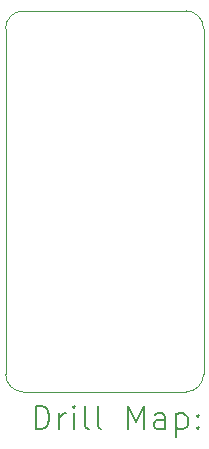
<source format=gbr>
%TF.GenerationSoftware,KiCad,Pcbnew,7.0.8*%
%TF.CreationDate,2024-04-19T19:22:34-04:00*%
%TF.ProjectId,PMB,504d422e-6b69-4636-9164-5f7063625858,rev?*%
%TF.SameCoordinates,Original*%
%TF.FileFunction,Drillmap*%
%TF.FilePolarity,Positive*%
%FSLAX45Y45*%
G04 Gerber Fmt 4.5, Leading zero omitted, Abs format (unit mm)*
G04 Created by KiCad (PCBNEW 7.0.8) date 2024-04-19 19:22:34*
%MOMM*%
%LPD*%
G01*
G04 APERTURE LIST*
%ADD10C,0.100000*%
%ADD11C,0.200000*%
G04 APERTURE END LIST*
D10*
X16385400Y-11150600D02*
G75*
G03*
X16535400Y-11000600I0J150000D01*
G01*
X16535400Y-8074800D02*
G75*
G03*
X16385400Y-7924800I-150000J0D01*
G01*
X16535400Y-8074800D02*
X16535400Y-11000600D01*
X14859000Y-11000600D02*
G75*
G03*
X15009000Y-11150600I150000J0D01*
G01*
X16385400Y-11150600D02*
X15009000Y-11150600D01*
X15009000Y-7924800D02*
G75*
G03*
X14859000Y-8074800I0J-150000D01*
G01*
X15009000Y-7924800D02*
X16385400Y-7924800D01*
X14859000Y-11000600D02*
X14859000Y-8074800D01*
D11*
X15114777Y-11467084D02*
X15114777Y-11267084D01*
X15114777Y-11267084D02*
X15162396Y-11267084D01*
X15162396Y-11267084D02*
X15190967Y-11276608D01*
X15190967Y-11276608D02*
X15210015Y-11295655D01*
X15210015Y-11295655D02*
X15219539Y-11314703D01*
X15219539Y-11314703D02*
X15229062Y-11352798D01*
X15229062Y-11352798D02*
X15229062Y-11381369D01*
X15229062Y-11381369D02*
X15219539Y-11419465D01*
X15219539Y-11419465D02*
X15210015Y-11438512D01*
X15210015Y-11438512D02*
X15190967Y-11457560D01*
X15190967Y-11457560D02*
X15162396Y-11467084D01*
X15162396Y-11467084D02*
X15114777Y-11467084D01*
X15314777Y-11467084D02*
X15314777Y-11333750D01*
X15314777Y-11371846D02*
X15324301Y-11352798D01*
X15324301Y-11352798D02*
X15333824Y-11343274D01*
X15333824Y-11343274D02*
X15352872Y-11333750D01*
X15352872Y-11333750D02*
X15371920Y-11333750D01*
X15438586Y-11467084D02*
X15438586Y-11333750D01*
X15438586Y-11267084D02*
X15429062Y-11276608D01*
X15429062Y-11276608D02*
X15438586Y-11286131D01*
X15438586Y-11286131D02*
X15448110Y-11276608D01*
X15448110Y-11276608D02*
X15438586Y-11267084D01*
X15438586Y-11267084D02*
X15438586Y-11286131D01*
X15562396Y-11467084D02*
X15543348Y-11457560D01*
X15543348Y-11457560D02*
X15533824Y-11438512D01*
X15533824Y-11438512D02*
X15533824Y-11267084D01*
X15667158Y-11467084D02*
X15648110Y-11457560D01*
X15648110Y-11457560D02*
X15638586Y-11438512D01*
X15638586Y-11438512D02*
X15638586Y-11267084D01*
X15895729Y-11467084D02*
X15895729Y-11267084D01*
X15895729Y-11267084D02*
X15962396Y-11409941D01*
X15962396Y-11409941D02*
X16029062Y-11267084D01*
X16029062Y-11267084D02*
X16029062Y-11467084D01*
X16210015Y-11467084D02*
X16210015Y-11362322D01*
X16210015Y-11362322D02*
X16200491Y-11343274D01*
X16200491Y-11343274D02*
X16181443Y-11333750D01*
X16181443Y-11333750D02*
X16143348Y-11333750D01*
X16143348Y-11333750D02*
X16124301Y-11343274D01*
X16210015Y-11457560D02*
X16190967Y-11467084D01*
X16190967Y-11467084D02*
X16143348Y-11467084D01*
X16143348Y-11467084D02*
X16124301Y-11457560D01*
X16124301Y-11457560D02*
X16114777Y-11438512D01*
X16114777Y-11438512D02*
X16114777Y-11419465D01*
X16114777Y-11419465D02*
X16124301Y-11400417D01*
X16124301Y-11400417D02*
X16143348Y-11390893D01*
X16143348Y-11390893D02*
X16190967Y-11390893D01*
X16190967Y-11390893D02*
X16210015Y-11381369D01*
X16305253Y-11333750D02*
X16305253Y-11533750D01*
X16305253Y-11343274D02*
X16324301Y-11333750D01*
X16324301Y-11333750D02*
X16362396Y-11333750D01*
X16362396Y-11333750D02*
X16381443Y-11343274D01*
X16381443Y-11343274D02*
X16390967Y-11352798D01*
X16390967Y-11352798D02*
X16400491Y-11371846D01*
X16400491Y-11371846D02*
X16400491Y-11428988D01*
X16400491Y-11428988D02*
X16390967Y-11448036D01*
X16390967Y-11448036D02*
X16381443Y-11457560D01*
X16381443Y-11457560D02*
X16362396Y-11467084D01*
X16362396Y-11467084D02*
X16324301Y-11467084D01*
X16324301Y-11467084D02*
X16305253Y-11457560D01*
X16486205Y-11448036D02*
X16495729Y-11457560D01*
X16495729Y-11457560D02*
X16486205Y-11467084D01*
X16486205Y-11467084D02*
X16476682Y-11457560D01*
X16476682Y-11457560D02*
X16486205Y-11448036D01*
X16486205Y-11448036D02*
X16486205Y-11467084D01*
X16486205Y-11343274D02*
X16495729Y-11352798D01*
X16495729Y-11352798D02*
X16486205Y-11362322D01*
X16486205Y-11362322D02*
X16476682Y-11352798D01*
X16476682Y-11352798D02*
X16486205Y-11343274D01*
X16486205Y-11343274D02*
X16486205Y-11362322D01*
M02*

</source>
